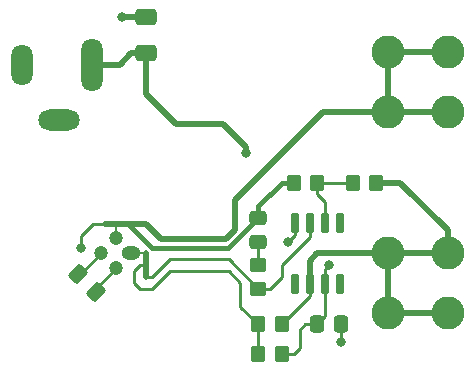
<source format=gbr>
%TF.GenerationSoftware,KiCad,Pcbnew,6.0.0-d3dd2cf0fa~116~ubuntu21.10.1*%
%TF.CreationDate,2022-02-03T22:06:56+00:00*%
%TF.ProjectId,pcb-adr1399-vref,7063622d-6164-4723-9133-39392d767265,rev?*%
%TF.SameCoordinates,Original*%
%TF.FileFunction,Copper,L1,Top*%
%TF.FilePolarity,Positive*%
%FSLAX46Y46*%
G04 Gerber Fmt 4.6, Leading zero omitted, Abs format (unit mm)*
G04 Created by KiCad (PCBNEW 6.0.0-d3dd2cf0fa~116~ubuntu21.10.1) date 2022-02-03 22:06:56*
%MOMM*%
%LPD*%
G01*
G04 APERTURE LIST*
G04 Aperture macros list*
%AMRoundRect*
0 Rectangle with rounded corners*
0 $1 Rounding radius*
0 $2 $3 $4 $5 $6 $7 $8 $9 X,Y pos of 4 corners*
0 Add a 4 corners polygon primitive as box body*
4,1,4,$2,$3,$4,$5,$6,$7,$8,$9,$2,$3,0*
0 Add four circle primitives for the rounded corners*
1,1,$1+$1,$2,$3*
1,1,$1+$1,$4,$5*
1,1,$1+$1,$6,$7*
1,1,$1+$1,$8,$9*
0 Add four rect primitives between the rounded corners*
20,1,$1+$1,$2,$3,$4,$5,0*
20,1,$1+$1,$4,$5,$6,$7,0*
20,1,$1+$1,$6,$7,$8,$9,0*
20,1,$1+$1,$8,$9,$2,$3,0*%
G04 Aperture macros list end*
%TA.AperFunction,ComponentPad*%
%ADD10RoundRect,0.900000X0.000000X-1.350000X0.000000X-1.350000X0.000000X1.350000X0.000000X1.350000X0*%
%TD*%
%TA.AperFunction,ComponentPad*%
%ADD11RoundRect,0.900000X0.000000X-0.850000X0.000000X-0.850000X0.000000X0.850000X0.000000X0.850000X0*%
%TD*%
%TA.AperFunction,ComponentPad*%
%ADD12RoundRect,0.900000X-0.850000X0.000000X0.850000X0.000000X0.850000X0.000000X-0.850000X0.000000X0*%
%TD*%
%TA.AperFunction,SMDPad,CuDef*%
%ADD13C,0.500000*%
%TD*%
%TA.AperFunction,SMDPad,CuDef*%
%ADD14RoundRect,0.250000X0.450000X-0.350000X0.450000X0.350000X-0.450000X0.350000X-0.450000X-0.350000X0*%
%TD*%
%TA.AperFunction,SMDPad,CuDef*%
%ADD15RoundRect,0.250000X-0.337500X-0.475000X0.337500X-0.475000X0.337500X0.475000X-0.337500X0.475000X0*%
%TD*%
%TA.AperFunction,ComponentPad*%
%ADD16C,2.800000*%
%TD*%
%TA.AperFunction,SMDPad,CuDef*%
%ADD17RoundRect,0.250000X-0.350000X-0.450000X0.350000X-0.450000X0.350000X0.450000X-0.350000X0.450000X0*%
%TD*%
%TA.AperFunction,SMDPad,CuDef*%
%ADD18RoundRect,0.150000X-0.150000X0.725000X-0.150000X-0.725000X0.150000X-0.725000X0.150000X0.725000X0*%
%TD*%
%TA.AperFunction,ComponentPad*%
%ADD19O,1.600000X1.200000*%
%TD*%
%TA.AperFunction,ComponentPad*%
%ADD20C,1.200000*%
%TD*%
%TA.AperFunction,SMDPad,CuDef*%
%ADD21RoundRect,0.250000X0.350000X0.450000X-0.350000X0.450000X-0.350000X-0.450000X0.350000X-0.450000X0*%
%TD*%
%TA.AperFunction,SMDPad,CuDef*%
%ADD22RoundRect,0.250000X0.650000X-0.412500X0.650000X0.412500X-0.650000X0.412500X-0.650000X-0.412500X0*%
%TD*%
%TA.AperFunction,SMDPad,CuDef*%
%ADD23RoundRect,0.250000X-0.574524X-0.097227X-0.097227X-0.574524X0.574524X0.097227X0.097227X0.574524X0*%
%TD*%
%TA.AperFunction,SMDPad,CuDef*%
%ADD24RoundRect,0.250000X0.475000X-0.337500X0.475000X0.337500X-0.475000X0.337500X-0.475000X-0.337500X0*%
%TD*%
%TA.AperFunction,ViaPad*%
%ADD25C,0.800000*%
%TD*%
%TA.AperFunction,Conductor*%
%ADD26C,0.500000*%
%TD*%
%TA.AperFunction,Conductor*%
%ADD27C,0.250000*%
%TD*%
%TA.AperFunction,Conductor*%
%ADD28C,0.400000*%
%TD*%
%TA.AperFunction,Conductor*%
%ADD29C,0.200000*%
%TD*%
G04 APERTURE END LIST*
%TO.C,NT1*%
G36*
X90750000Y-112500000D02*
G01*
X90250000Y-112500000D01*
X90250000Y-110500000D01*
X90750000Y-110500000D01*
X90750000Y-112500000D01*
G37*
%TO.C,NT2*%
G36*
X89000000Y-108250000D02*
G01*
X87000000Y-108250000D01*
X87000000Y-107750000D01*
X89000000Y-107750000D01*
X89000000Y-108250000D01*
G37*
%TD*%
D10*
%TO.P,J1,1*%
%TO.N,VDD*%
X85900000Y-94500000D03*
D11*
%TO.P,J1,2*%
%TO.N,GND*%
X80000000Y-94500000D03*
D12*
%TO.P,J1,3*%
X83100000Y-99200000D03*
%TD*%
D13*
%TO.P,NT1,1,1*%
%TO.N,/ZS+*%
X90500000Y-110500000D03*
%TO.P,NT1,2,2*%
%TO.N,/ZD+*%
X90500000Y-111500000D03*
%TO.P,NT1,3,3*%
%TO.N,/VREF*%
X90500000Y-112500000D03*
%TD*%
D14*
%TO.P,R2,1*%
%TO.N,/VREF*%
X100000000Y-113500000D03*
%TO.P,R2,2*%
%TO.N,Net-(C3-Pad1)*%
X100000000Y-111500000D03*
%TD*%
D15*
%TO.P,C4,1*%
%TO.N,VDD*%
X104962500Y-116500000D03*
%TO.P,C4,2*%
%TO.N,GND*%
X107037500Y-116500000D03*
%TD*%
D16*
%TO.P,J3,1*%
%TO.N,GNDS*%
X110960000Y-93460000D03*
%TO.P,J3,2*%
X116040000Y-93460000D03*
%TO.P,J3,3*%
X116040000Y-98540000D03*
%TO.P,J3,4*%
X110960000Y-98540000D03*
%TD*%
D17*
%TO.P,R3,1*%
%TO.N,/ZD+*%
X100000000Y-116500000D03*
%TO.P,R3,2*%
%TO.N,/VOUT*%
X102000000Y-116500000D03*
%TD*%
D18*
%TO.P,U2,1,BAL*%
%TO.N,unconnected-(U2-Pad1)*%
X106905000Y-107925000D03*
%TO.P,U2,2,-*%
%TO.N,Net-(R4-Pad1)*%
X105635000Y-107925000D03*
%TO.P,U2,3,+*%
%TO.N,/VREF*%
X104365000Y-107925000D03*
%TO.P,U2,4,V-*%
%TO.N,GND*%
X103095000Y-107925000D03*
%TO.P,U2,5,COMP*%
%TO.N,unconnected-(U2-Pad5)*%
X103095000Y-113075000D03*
%TO.P,U2,6*%
%TO.N,/VOUT*%
X104365000Y-113075000D03*
%TO.P,U2,7,V+*%
%TO.N,VDD*%
X105635000Y-113075000D03*
%TO.P,U2,8,C/B*%
%TO.N,unconnected-(U2-Pad8)*%
X106905000Y-113075000D03*
%TD*%
D17*
%TO.P,R5,1*%
%TO.N,Net-(R4-Pad1)*%
X108000000Y-104500000D03*
%TO.P,R5,2*%
%TO.N,/VOUT*%
X110000000Y-104500000D03*
%TD*%
D13*
%TO.P,NT2,1,1*%
%TO.N,GND*%
X87000000Y-108000000D03*
%TO.P,NT2,2,2*%
%TO.N,/ZS-*%
X88000000Y-108000000D03*
%TO.P,NT2,3,3*%
%TO.N,GNDS*%
X89000000Y-108000000D03*
%TD*%
D16*
%TO.P,J2,1*%
%TO.N,/VOUT*%
X110960000Y-110460000D03*
%TO.P,J2,2*%
X116040000Y-110460000D03*
%TO.P,J2,3*%
X116040000Y-115540000D03*
%TO.P,J2,4*%
X110960000Y-115540000D03*
%TD*%
D19*
%TO.P,U1,1*%
%TO.N,/ZS+*%
X89270000Y-110500000D03*
D20*
%TO.P,U1,2*%
%TO.N,/ZS-*%
X88000000Y-109230000D03*
%TO.P,U1,3*%
%TO.N,VDD*%
X86730000Y-110500000D03*
%TO.P,U1,4*%
%TO.N,GND*%
X88000000Y-111770000D03*
%TD*%
D21*
%TO.P,R4,1*%
%TO.N,Net-(R4-Pad1)*%
X105000000Y-104500000D03*
%TO.P,R4,2*%
%TO.N,GNDS*%
X103000000Y-104500000D03*
%TD*%
D22*
%TO.P,C1,1*%
%TO.N,VDD*%
X90500000Y-93562500D03*
%TO.P,C1,2*%
%TO.N,GND*%
X90500000Y-90437500D03*
%TD*%
D23*
%TO.P,C2,1*%
%TO.N,VDD*%
X84766377Y-112266377D03*
%TO.P,C2,2*%
%TO.N,GND*%
X86233623Y-113733623D03*
%TD*%
D21*
%TO.P,R1,1*%
%TO.N,VDD*%
X102000000Y-119000000D03*
%TO.P,R1,2*%
%TO.N,/ZD+*%
X100000000Y-119000000D03*
%TD*%
D24*
%TO.P,C3,1*%
%TO.N,Net-(C3-Pad1)*%
X100000000Y-109537500D03*
%TO.P,C3,2*%
%TO.N,GNDS*%
X100000000Y-107462500D03*
%TD*%
D25*
%TO.N,VDD*%
X106000000Y-111500000D03*
X99000000Y-102000000D03*
%TO.N,GND*%
X88500000Y-90500000D03*
X107000000Y-118000000D03*
X102500000Y-109500000D03*
X85000000Y-110000000D03*
%TD*%
D26*
%TO.N,VDD*%
X97000000Y-99500000D02*
X99000000Y-101500000D01*
X93000000Y-99500000D02*
X97000000Y-99500000D01*
D27*
X84963623Y-112266377D02*
X84766377Y-112266377D01*
X104000000Y-116500000D02*
X103500000Y-117000000D01*
D26*
X90500000Y-97000000D02*
X93000000Y-99500000D01*
D27*
X103500000Y-118500000D02*
X103000000Y-119000000D01*
D26*
X90500000Y-93562500D02*
X89267500Y-93562500D01*
D27*
X86730000Y-110500000D02*
X84963623Y-112266377D01*
D26*
X99000000Y-101500000D02*
X99000000Y-102000000D01*
D27*
X103000000Y-119000000D02*
X102000000Y-119000000D01*
X104962500Y-116500000D02*
X104000000Y-116500000D01*
X105635000Y-113075000D02*
X105635000Y-115827500D01*
D26*
X89267500Y-93562500D02*
X88330000Y-94500000D01*
D27*
X105635000Y-111865000D02*
X106000000Y-111500000D01*
X103500000Y-117000000D02*
X103500000Y-118500000D01*
D26*
X88330000Y-94500000D02*
X85900000Y-94500000D01*
D27*
X105635000Y-115827500D02*
X104962500Y-116500000D01*
D26*
X90500000Y-93562500D02*
X90500000Y-97000000D01*
D27*
X105635000Y-113075000D02*
X105635000Y-111865000D01*
D26*
%TO.N,GND*%
X90500000Y-90437500D02*
X88562500Y-90437500D01*
D27*
X103095000Y-107925000D02*
X103095000Y-108905000D01*
X107037500Y-117962500D02*
X107000000Y-118000000D01*
D26*
X88562500Y-90437500D02*
X88500000Y-90500000D01*
D27*
X85000000Y-109000000D02*
X85000000Y-110000000D01*
X103095000Y-108905000D02*
X102500000Y-109500000D01*
X86000000Y-108000000D02*
X85000000Y-109000000D01*
X87000000Y-108000000D02*
X86000000Y-108000000D01*
X86233623Y-113536377D02*
X86233623Y-113733623D01*
X88000000Y-111770000D02*
X86233623Y-113536377D01*
X107037500Y-116500000D02*
X107037500Y-117962500D01*
%TO.N,Net-(C3-Pad1)*%
X100000000Y-109537500D02*
X100000000Y-111500000D01*
D28*
%TO.N,GNDS*%
X89000000Y-108000000D02*
X91000000Y-110000000D01*
X102000000Y-104500000D02*
X103000000Y-104500000D01*
D26*
X110960000Y-98515000D02*
X116040000Y-98515000D01*
X89000000Y-108000000D02*
X90500000Y-108000000D01*
D28*
X100000000Y-106500000D02*
X102000000Y-104500000D01*
D26*
X105485000Y-98515000D02*
X110960000Y-98515000D01*
X110960000Y-93435000D02*
X116040000Y-93435000D01*
X98000000Y-106000000D02*
X105107500Y-98892500D01*
X91750000Y-109250000D02*
X97250000Y-109250000D01*
D28*
X91000000Y-110000000D02*
X97462500Y-110000000D01*
D26*
X105107500Y-98892500D02*
X105485000Y-98515000D01*
D28*
X100000000Y-107462500D02*
X100000000Y-106500000D01*
D26*
X110960000Y-98515000D02*
X110960000Y-93435000D01*
X90500000Y-108000000D02*
X91750000Y-109250000D01*
D28*
X97462500Y-110000000D02*
X100000000Y-107462500D01*
D26*
X98000000Y-108500000D02*
X98000000Y-106000000D01*
X97250000Y-109250000D02*
X98000000Y-108500000D01*
D27*
%TO.N,/VOUT*%
X104365000Y-114135000D02*
X102000000Y-116500000D01*
D26*
X116040000Y-110485000D02*
X116040000Y-108540000D01*
X110960000Y-110485000D02*
X110960000Y-115565000D01*
X104365000Y-113075000D02*
X104365000Y-111135000D01*
D27*
X104365000Y-113075000D02*
X104365000Y-114135000D01*
D26*
X110960000Y-110485000D02*
X105015000Y-110485000D01*
X112000000Y-104500000D02*
X110000000Y-104500000D01*
X105015000Y-110485000D02*
X104365000Y-111135000D01*
X116040000Y-108540000D02*
X112000000Y-104500000D01*
X110960000Y-110485000D02*
X116040000Y-110485000D01*
X110960000Y-115565000D02*
X116040000Y-115565000D01*
D29*
%TO.N,/ZS+*%
X89270000Y-110500000D02*
X90500000Y-110500000D01*
D27*
%TO.N,/ZD+*%
X100000000Y-116500000D02*
X98500000Y-115000000D01*
X90000000Y-111500000D02*
X90500000Y-111500000D01*
X98500000Y-113000000D02*
X97500000Y-112000000D01*
X91000000Y-113500000D02*
X90000000Y-113500000D01*
X89500000Y-113000000D02*
X89500000Y-112000000D01*
X97500000Y-112000000D02*
X92500000Y-112000000D01*
X98500000Y-115000000D02*
X98500000Y-113000000D01*
X90000000Y-113500000D02*
X89500000Y-113000000D01*
X92500000Y-112000000D02*
X91000000Y-113500000D01*
X100000000Y-119000000D02*
X100000000Y-116500000D01*
X89500000Y-112000000D02*
X90000000Y-111500000D01*
%TO.N,/VREF*%
X92500000Y-111000000D02*
X97500000Y-111000000D01*
X104365000Y-107925000D02*
X104365000Y-109135000D01*
X104365000Y-109135000D02*
X102000000Y-111500000D01*
X91000000Y-112500000D02*
X92500000Y-111000000D01*
X102000000Y-112500000D02*
X101000000Y-113500000D01*
X97500000Y-111000000D02*
X100000000Y-113500000D01*
X90500000Y-112500000D02*
X91000000Y-112500000D01*
X101000000Y-113500000D02*
X100000000Y-113500000D01*
X102000000Y-111500000D02*
X102000000Y-112500000D01*
D29*
%TO.N,/ZS-*%
X88000000Y-109230000D02*
X88000000Y-108000000D01*
D27*
%TO.N,Net-(R4-Pad1)*%
X105635000Y-107925000D02*
X105635000Y-106135000D01*
X105000000Y-104500000D02*
X105000000Y-105500000D01*
X105000000Y-105500000D02*
X105635000Y-106135000D01*
X105000000Y-104500000D02*
X108000000Y-104500000D01*
%TD*%
M02*

</source>
